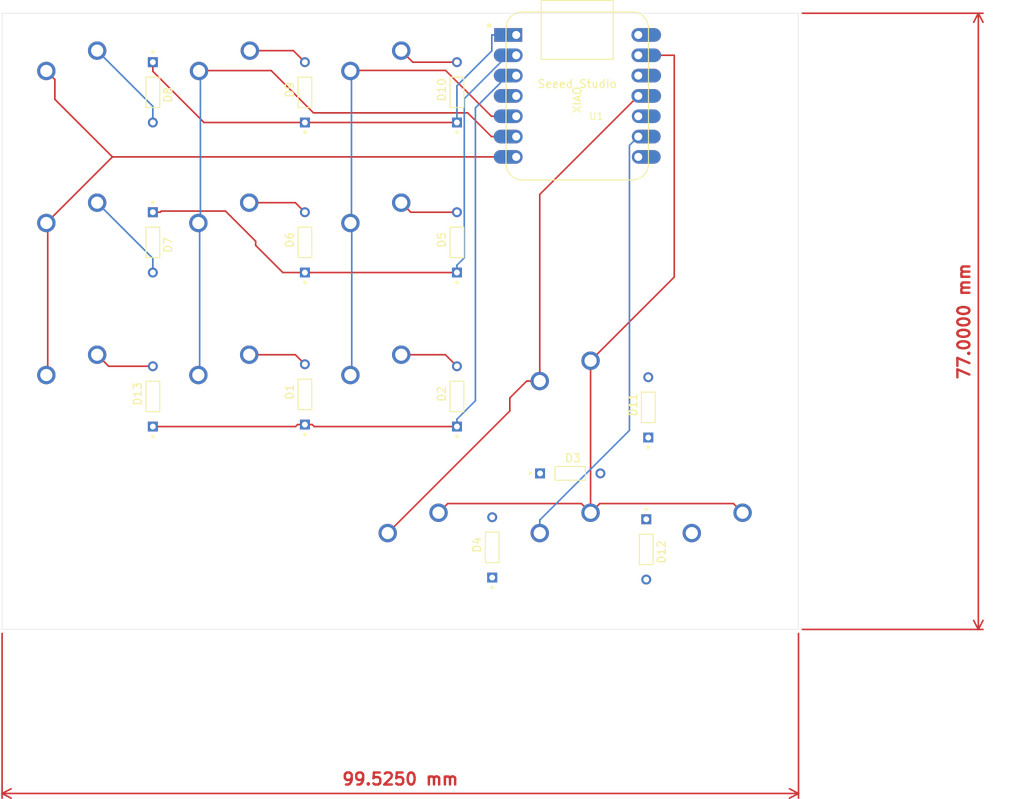
<source format=kicad_pcb>
(kicad_pcb (version 20240108) (generator "pcbnew") (generator_version "8.0")
  (layers (0 "F.Cu" signal) (31 "B.Cu" signal) (34 "B.Paste" user) (35 "F.Paste" user) (36 "B.SilkS" user "B.Silkscreen") (37 "F.SilkS" user "F.Silkscreen") (38 "B.Mask" user) (39 "F.Mask" user) (44 "Edge.Cuts" user))
  (net 0 "")
  (net 1 "row 2")
  (net 3 "column 2")
  (net 5 "column 3")
  (net 6 "row 1")
  (net 7 "column 1")
  (net 8 "column 0")
  (net 9 "row 0")
  (net 10 "Net-(D8-A)")
  (net 11 "Net-(D9-A)")
  (net 12 "Net-(D10-A)")
  (net 13 "Net-(D7-A)")
  (net 14 "Net-(D6-A)")
  (net 15 "Net-(D5-A)")
  (net 16 "Net-(D13-A)")
  (net 17 "Net-(D1-A)")
  (net 18 "Net-(D2-A)")
  (net 20 "Net-(U1-PB09_A7_D7_RX)")
  (net 21 "Net-(U1-PA7_A8_D8_SCK)")
  (net 22 "Net-(U1-PA5_A9_D9_MISO)")
  (net 23 "Net-(U1-PA6_A10_D10_MOSI)")
  (net 24 "GND")
  (footprint "HackpadParts:MX-Solderable-1U" (layer "F.Cu") (at 153.25 161.75)
    (property "Reference" "SW4")
    (property "Value" "SW_Push")
    (pad "" np_thru_hole circle (at -5.08 0 48.099) (size 1.7018 1.7018) (drill 1.7018) (layers "F&B.Cu" "*.Mask"))
    (pad "" np_thru_hole circle (at 0 0) (size 3.9878 3.9878) (drill 3.9878) (layers "*.Cu" "*.Mask"))
    (pad "" np_thru_hole circle (at 5.08 0 48.099) (size 1.7018 1.7018) (drill 1.7018) (layers "F&B.Cu" "*.Mask"))
    (pad "1" thru_hole circle (at -3.81 -2.54) (size 2.3 2.3) (drill 1.524) (layers "*.Cu" "B.Mask") (net 20 "Net-(U1-PB09_A7_D7_RX)"))
    (pad "2" thru_hole circle (at 2.54 -5.08) (size 2.3 2.3) (drill 1.524) (layers "*.Cu" "B.Mask") (net 24 "GND"))
  )
  (footprint "HackpadParts:1N4148" (layer "F.Cu") (at 101.09 122.882 90)
    (property "Reference" "D6" (at 0.3175 -1.905 90) (layer "F.SilkS"))
    (property "Value" "D" (hide yes))
    (fp_line (start 1.9025 -0.86) (end 1.9025 0.86) (stroke (width 0.127)) (layer "F.SilkS"))
    (fp_line (start -1.9025 -0.86) (end 1.9025 -0.86) (stroke (width 0.127)) (layer "F.SilkS"))
    (fp_line (start 1.9025 0.86) (end -1.9025 0.86) (stroke (width 0.127)) (layer "F.SilkS"))
    (fp_line (start -1.9025 0.86) (end -1.9025 -0.86) (stroke (width 0.127)) (layer "F.SilkS"))
    (fp_circle (center -5 0) (end -4.9 0) (stroke (width 0.2)) (fill none) (layer "F.SilkS"))
    (pad "1" thru_hole rect (at -3.7685 0 90) (size 1.238 1.238) (drill 0.73) (layers "*.Cu" "*.Mask") (net 6 "row 1"))
    (pad "2" thru_hole circle (at 3.7685 0 90) (size 1.238 1.238) (drill 0.73) (layers "*.Cu" "*.Mask") (net 14 "Net-(D6-A)"))
  )
  (footprint "HackpadParts:MX-Solderable-1U" (layer "F.Cu") (at 91.67 104)
    (property "Reference" "SW6")
    (property "Value" "SW_Push")
    (pad "" np_thru_hole circle (at -5.08 0 48.099) (size 1.7018 1.7018) (drill 1.7018) (layers "F&B.Cu" "*.Mask"))
    (pad "" np_thru_hole circle (at 0 0) (size 3.9878 3.9878) (drill 3.9878) (layers "*.Cu" "*.Mask"))
    (pad "" np_thru_hole circle (at 5.08 0 48.099) (size 1.7018 1.7018) (drill 1.7018) (layers "F&B.Cu" "*.Mask"))
    (pad "1" thru_hole circle (at -3.81 -2.54) (size 2.3 2.3) (drill 1.524) (layers "*.Cu" "B.Mask") (net 3 "column 2"))
    (pad "2" thru_hole circle (at 2.54 -5.08) (size 2.3 2.3) (drill 1.524) (layers "*.Cu" "B.Mask") (net 11 "Net-(D9-A)"))
  )
  (footprint "HackpadParts:1N4148" (layer "F.Cu") (at 82.09 122.882 -90)
    (property "Reference" "D7" (at 0.3175 -1.905 90) (layer "F.SilkS"))
    (property "Value" "D" (hide yes))
    (fp_line (start -1.9025 0.86) (end -1.9025 -0.86) (stroke (width 0.127)) (layer "F.SilkS"))
    (fp_line (start 1.9025 0.86) (end -1.9025 0.86) (stroke (width 0.127)) (layer "F.SilkS"))
    (fp_line (start -1.9025 -0.86) (end 1.9025 -0.86) (stroke (width 0.127)) (layer "F.SilkS"))
    (fp_line (start 1.9025 -0.86) (end 1.9025 0.86) (stroke (width 0.127)) (layer "F.SilkS"))
    (fp_circle (center -5 0) (end -4.9 0) (stroke (width 0.2)) (fill none) (layer "F.SilkS"))
    (pad "1" thru_hole rect (at -3.7685 0 270) (size 1.238 1.238) (drill 0.73) (layers "*.Cu" "*.Mask") (net 6 "row 1"))
    (pad "2" thru_hole circle (at 3.7685 0 270) (size 1.238 1.238) (drill 0.73) (layers "*.Cu" "*.Mask") (net 13 "Net-(D7-A)"))
  )
  (footprint "HackpadParts:1N4148" (layer "F.Cu") (at 143.75 161.25 -90)
    (property "Reference" "D12" (at 0.3175 -1.905 90) (layer "F.SilkS"))
    (property "Value" "D")
    (fp_line (start -1.9025 0.86) (end -1.9025 -0.86) (stroke (width 0.127)) (layer "F.SilkS"))
    (fp_line (start 1.9025 0.86) (end -1.9025 0.86) (stroke (width 0.127)) (layer "F.SilkS"))
    (fp_line (start -1.9025 -0.86) (end 1.9025 -0.86) (stroke (width 0.127)) (layer "F.SilkS"))
    (fp_line (start 1.9025 -0.86) (end 1.9025 0.86) (stroke (width 0.127)) (layer "F.SilkS"))
    (fp_circle (center -5 0) (end -4.9 0) (stroke (width 0.2)) (fill none) (layer "F.SilkS"))
    (pad "1" thru_hole rect (at -3.7685 0 270) (size 1.238 1.238) (drill 0.73) (layers "*.Cu" "*.Mask"))
    (pad "2" thru_hole circle (at 3.7685 0 270) (size 1.238 1.238) (drill 0.73) (layers "*.Cu" "*.Mask"))
  )
  (footprint "HackpadParts:1N4148" (layer "F.Cu") (at 144 143.5 90)
    (property "Reference" "D11" (at 0.3175 -1.905 90) (layer "F.SilkS"))
    (property "Value" "D")
    (fp_line (start 1.9025 -0.86) (end 1.9025 0.86) (stroke (width 0.127)) (layer "F.SilkS"))
    (fp_line (start -1.9025 -0.86) (end 1.9025 -0.86) (stroke (width 0.127)) (layer "F.SilkS"))
    (fp_line (start 1.9025 0.86) (end -1.9025 0.86) (stroke (width 0.127)) (layer "F.SilkS"))
    (fp_line (start -1.9025 0.86) (end -1.9025 -0.86) (stroke (width 0.127)) (layer "F.SilkS"))
    (fp_circle (center -5 0) (end -4.9 0) (stroke (width 0.2)) (fill none) (layer "F.SilkS"))
    (pad "1" thru_hole rect (at -3.7685 0 90) (size 1.238 1.238) (drill 0.73) (layers "*.Cu" "*.Mask"))
    (pad "2" thru_hole circle (at 3.7685 0 90) (size 1.238 1.238) (drill 0.73) (layers "*.Cu" "*.Mask"))
  )
  (footprint "HackpadParts:MX-Solderable-1U" (layer "F.Cu") (at 72.59 142)
    (property "Reference" "SW13")
    (property "Value" "SW_Push")
    (pad "" np_thru_hole circle (at -5.08 0 48.099) (size 1.7018 1.7018) (drill 1.7018) (layers "F&B.Cu" "*.Mask"))
    (pad "" np_thru_hole circle (at 0 0) (size 3.9878 3.9878) (drill 3.9878) (layers "*.Cu" "*.Mask"))
    (pad "" np_thru_hole circle (at 5.08 0 48.099) (size 1.7018 1.7018) (drill 1.7018) (layers "F&B.Cu" "*.Mask"))
    (pad "1" thru_hole circle (at -3.81 -2.54) (size 2.3 2.3) (drill 1.524) (layers "*.Cu" "B.Mask") (net 5 "column 3"))
    (pad "2" thru_hole circle (at 2.54 -5.08) (size 2.3 2.3) (drill 1.524) (layers "*.Cu" "B.Mask") (net 16 "Net-(D13-A)"))
  )
  (footprint "HackpadParts:MX-Solderable-1U" (layer "F.Cu") (at 110.59 104)
    (property "Reference" "SW7")
    (property "Value" "SW_Push")
    (pad "" np_thru_hole circle (at -5.08 0 48.099) (size 1.7018 1.7018) (drill 1.7018) (layers "F&B.Cu" "*.Mask"))
    (pad "" np_thru_hole circle (at 0 0) (size 3.9878 3.9878) (drill 3.9878) (layers "*.Cu" "*.Mask"))
    (pad "" np_thru_hole circle (at 5.08 0 48.099) (size 1.7018 1.7018) (drill 1.7018) (layers "F&B.Cu" "*.Mask"))
    (pad "1" thru_hole circle (at -3.81 -2.54) (size 2.3 2.3) (drill 1.524) (layers "*.Cu" "B.Mask") (net 7 "column 1"))
    (pad "2" thru_hole circle (at 2.54 -5.08) (size 2.3 2.3) (drill 1.524) (layers "*.Cu" "B.Mask") (net 12 "Net-(D10-A)"))
  )
  (footprint "HackpadParts:1N4148" (layer "F.Cu") (at 134.25 151.75)
    (property "Reference" "D3" (at 0.3175 -1.905 0) (layer "F.SilkS"))
    (property "Value" "D")
    (fp_line (start -1.9025 -0.86) (end 1.9025 -0.86) (stroke (width 0.127)) (layer "F.SilkS"))
    (fp_line (start -1.9025 0.86) (end -1.9025 -0.86) (stroke (width 0.127)) (layer "F.SilkS"))
    (fp_line (start 1.9025 -0.86) (end 1.9025 0.86) (stroke (width 0.127)) (layer "F.SilkS"))
    (fp_line (start 1.9025 0.86) (end -1.9025 0.86) (stroke (width 0.127)) (layer "F.SilkS"))
    (fp_circle (center -5 0) (end -4.9 0) (stroke (width 0.2)) (fill none) (layer "F.SilkS"))
    (pad "1" thru_hole rect (at -3.7685 0) (size 1.238 1.238) (drill 0.73) (layers "*.Cu" "*.Mask"))
    (pad "2" thru_hole circle (at 3.7685 0) (size 1.238 1.238) (drill 0.73) (layers "*.Cu" "*.Mask"))
  )
  (footprint "HackpadParts:MX-Solderable-1U" (layer "F.Cu") (at 72.59 123)
    (property "Reference" "SW9")
    (property "Value" "SW_Push")
    (pad "" np_thru_hole circle (at -5.08 0 48.099) (size 1.7018 1.7018) (drill 1.7018) (layers "F&B.Cu" "*.Mask"))
    (pad "" np_thru_hole circle (at 0 0) (size 3.9878 3.9878) (drill 3.9878) (layers "*.Cu" "*.Mask"))
    (pad "" np_thru_hole circle (at 5.08 0 48.099) (size 1.7018 1.7018) (drill 1.7018) (layers "F&B.Cu" "*.Mask"))
    (pad "1" thru_hole circle (at -3.81 -2.54) (size 2.3 2.3) (drill 1.524) (layers "*.Cu" "B.Mask") (net 5 "column 3"))
    (pad "2" thru_hole circle (at 2.54 -5.08) (size 2.3 2.3) (drill 1.524) (layers "*.Cu" "B.Mask") (net 13 "Net-(D7-A)"))
  )
  (footprint "HackpadParts:1N4148" (layer "F.Cu") (at 120.09 142.132 90)
    (property "Reference" "D2" (at 0.3175 -1.905 90) (layer "F.SilkS"))
    (property "Value" "D" (hide yes))
    (fp_line (start 1.9025 -0.86) (end 1.9025 0.86) (stroke (width 0.127)) (layer "F.SilkS"))
    (fp_line (start -1.9025 -0.86) (end 1.9025 -0.86) (stroke (width 0.127)) (layer "F.SilkS"))
    (fp_line (start 1.9025 0.86) (end -1.9025 0.86) (stroke (width 0.127)) (layer "F.SilkS"))
    (fp_line (start -1.9025 0.86) (end -1.9025 -0.86) (stroke (width 0.127)) (layer "F.SilkS"))
    (fp_circle (center -5 0) (end -4.9 0) (stroke (width 0.2)) (fill none) (layer "F.SilkS"))
    (pad "1" thru_hole rect (at -3.7685 0 90) (size 1.238 1.238) (drill 0.73) (layers "*.Cu" "*.Mask") (net 1 "row 2"))
    (pad "2" thru_hole circle (at 3.7685 0 90) (size 1.238 1.238) (drill 0.73) (layers "*.Cu" "*.Mask") (net 18 "Net-(D2-A)"))
  )
  (footprint "HackpadParts:1N4148" (layer "F.Cu") (at 120.09 104.132 90)
    (property "Reference" "D10" (at 0.3175 -1.905 90) (layer "F.SilkS"))
    (property "Value" "D" (hide yes))
    (fp_line (start 1.9025 -0.86) (end 1.9025 0.86) (stroke (width 0.127)) (layer "F.SilkS"))
    (fp_line (start -1.9025 -0.86) (end 1.9025 -0.86) (stroke (width 0.127)) (layer "F.SilkS"))
    (fp_line (start 1.9025 0.86) (end -1.9025 0.86) (stroke (width 0.127)) (layer "F.SilkS"))
    (fp_line (start -1.9025 0.86) (end -1.9025 -0.86) (stroke (width 0.127)) (layer "F.SilkS"))
    (fp_circle (center -5 0) (end -4.9 0) (stroke (width 0.2)) (fill none) (layer "F.SilkS"))
    (pad "1" thru_hole rect (at -3.7685 0 90) (size 1.238 1.238) (drill 0.73) (layers "*.Cu" "*.Mask") (net 9 "row 0"))
    (pad "2" thru_hole circle (at 3.7685 0 90) (size 1.238 1.238) (drill 0.73) (layers "*.Cu" "*.Mask") (net 12 "Net-(D10-A)"))
  )
  (footprint "" (layer "F.Cu") (at 115.25 161.25)
    (property "Reference" "" (at 0 0 0) (layer "F.SilkS") (effects (font (size 1.27 1.27))))
    (property "Value" "")
    (pad "" np_thru_hole circle (at 0 0) (size 3.9878 3.9878) (drill 3.9878) (layers "F&B.Cu" "*.Mask"))
  )
  (footprint "HackpadParts:MX-Solderable-1U" (layer "F.Cu") (at 115.25 161.75)
    (property "Reference" "SW2")
    (property "Value" "SW_Push")
    (pad "" np_thru_hole circle (at -5.08 0 48.099) (size 1.7018 1.7018) (drill 1.7018) (layers "F&B.Cu" "*.Mask"))
    (pad "" np_thru_hole circle (at 0 0) (size 3.9878 3.9878) (drill 3.9878) (layers "*.Cu" "*.Mask"))
    (pad "" np_thru_hole circle (at 5.08 0 48.099) (size 1.7018 1.7018) (drill 1.7018) (layers "F&B.Cu" "*.Mask"))
    (pad "1" thru_hole circle (at -3.81 -2.54) (size 2.3 2.3) (drill 1.524) (layers "*.Cu" "B.Mask") (net 23 "Net-(U1-PA6_A10_D10_MOSI)"))
    (pad "2" thru_hole circle (at 2.54 -5.08) (size 2.3 2.3) (drill 1.524) (layers "*.Cu" "B.Mask") (net 24 "GND"))
  )
  (footprint "HackpadParts:1N4148" (layer "F.Cu") (at 101.09 141.882 90)
    (property "Reference" "D1" (at 0.3175 -1.905 90) (layer "F.SilkS"))
    (property "Value" "D" (hide yes))
    (fp_line (start 1.9025 -0.86) (end 1.9025 0.86) (stroke (width 0.127)) (layer "F.SilkS"))
    (fp_line (start -1.9025 -0.86) (end 1.9025 -0.86) (stroke (width 0.127)) (layer "F.SilkS"))
    (fp_line (start 1.9025 0.86) (end -1.9025 0.86) (stroke (width 0.127)) (layer "F.SilkS"))
    (fp_line (start -1.9025 0.86) (end -1.9025 -0.86) (stroke (width 0.127)) (layer "F.SilkS"))
    (fp_circle (center -5 0) (end -4.9 0) (stroke (width 0.2)) (fill none) (layer "F.SilkS"))
    (pad "1" thru_hole rect (at -3.7685 0 90) (size 1.238 1.238) (drill 0.73) (layers "*.Cu" "*.Mask") (net 1 "row 2"))
    (pad "2" thru_hole circle (at 3.7685 0 90) (size 1.238 1.238) (drill 0.73) (layers "*.Cu" "*.Mask") (net 17 "Net-(D1-A)"))
  )
  (footprint "HackpadParts:MX-Solderable-1U" (layer "F.Cu") (at 110.59 142)
    (property "Reference" "SW15")
    (property "Value" "SW_Push")
    (pad "" np_thru_hole circle (at -5.08 0 48.099) (size 1.7018 1.7018) (drill 1.7018) (layers "F&B.Cu" "*.Mask"))
    (pad "" np_thru_hole circle (at 0 0) (size 3.9878 3.9878) (drill 3.9878) (layers "*.Cu" "*.Mask"))
    (pad "" np_thru_hole circle (at 5.08 0 48.099) (size 1.7018 1.7018) (drill 1.7018) (layers "F&B.Cu" "*.Mask"))
    (pad "1" thru_hole circle (at -3.81 -2.54) (size 2.3 2.3) (drill 1.524) (layers "*.Cu" "B.Mask") (net 7 "column 1"))
    (pad "2" thru_hole circle (at 2.54 -5.08) (size 2.3 2.3) (drill 1.524) (layers "*.Cu" "B.Mask") (net 18 "Net-(D2-A)"))
  )
  (footprint "HackpadParts:1N4148" (layer "F.Cu") (at 120.09 122.882 90)
    (property "Reference" "D5" (at 0.3175 -1.905 90) (layer "F.SilkS"))
    (property "Value" "D" (hide yes))
    (fp_line (start 1.9025 -0.86) (end 1.9025 0.86) (stroke (width 0.127)) (layer "F.SilkS"))
    (fp_line (start -1.9025 -0.86) (end 1.9025 -0.86) (stroke (width 0.127)) (layer "F.SilkS"))
    (fp_line (start 1.9025 0.86) (end -1.9025 0.86) (stroke (width 0.127)) (layer "F.SilkS"))
    (fp_line (start -1.9025 0.86) (end -1.9025 -0.86) (stroke (width 0.127)) (layer "F.SilkS"))
    (fp_circle (center -5 0) (end -4.9 0) (stroke (width 0.2)) (fill none) (layer "F.SilkS"))
    (pad "1" thru_hole rect (at -3.7685 0 90) (size 1.238 1.238) (drill 0.73) (layers "*.Cu" "*.Mask") (net 6 "row 1"))
    (pad "2" thru_hole circle (at 3.7685 0 90) (size 1.238 1.238) (drill 0.73) (layers "*.Cu" "*.Mask") (net 15 "Net-(D5-A)"))
  )
  (footprint "" (layer "F.Cu") (at 134.25 161.25)
    (property "Reference" "" (at 0 0 0) (layer "F.SilkS") (effects (font (size 1.27 1.27))))
    (property "Value" "")
    (pad "" np_thru_hole circle (at 0 0) (size 3.9878 3.9878) (drill 3.9878) (layers "F&B.Cu" "*.Mask"))
  )
  (footprint "HackpadParts:MX-Solderable-1U" (layer "F.Cu") (at 134.25 142.75)
    (property "Reference" "SW1")
    (property "Value" "SW_Push")
    (pad "" np_thru_hole circle (at -5.08 0 48.099) (size 1.7018 1.7018) (drill 1.7018) (layers "F&B.Cu" "*.Mask"))
    (pad "" np_thru_hole circle (at 0 0) (size 3.9878 3.9878) (drill 3.9878) (layers "*.Cu" "*.Mask"))
    (pad "" np_thru_hole circle (at 5.08 0 48.099) (size 1.7018 1.7018) (drill 1.7018) (layers "F&B.Cu" "*.Mask"))
    (pad "1" thru_hole circle (at -3.81 -2.54) (size 2.3 2.3) (drill 1.524) (layers "*.Cu" "B.Mask") (net 23 "Net-(U1-PA6_A10_D10_MOSI)"))
    (pad "2" thru_hole circle (at 2.54 -5.08) (size 2.3 2.3) (drill 1.524) (layers "*.Cu" "B.Mask") (net 24 "GND"))
  )
  (footprint "" (layer "F.Cu") (at 134.25 142.25)
    (property "Reference" "" (at 0 0 0) (layer "F.SilkS") (effects (font (size 1.27 1.27))))
    (property "Value" "")
    (pad "" np_thru_hole circle (at 0 0) (size 3.9878 3.9878) (drill 3.9878) (layers "F&B.Cu" "*.Mask"))
  )
  (footprint "" (layer "F.Cu") (at 153.25 161.25)
    (property "Reference" "" (at 0 0 0) (layer "F.SilkS") (effects (font (size 1.27 1.27))))
    (property "Value" "")
    (pad "" np_thru_hole circle (at 0 0) (size 3.9878 3.9878) (drill 3.9878) (layers "F&B.Cu" "*.Mask"))
  )
  (footprint "HackpadParts:MX-Solderable-1U" (layer "F.Cu") (at 72.59 104)
    (property "Reference" "SW5")
    (property "Value" "SW_Push")
    (pad "" np_thru_hole circle (at -5.08 0 48.099) (size 1.7018 1.7018) (drill 1.7018) (layers "F&B.Cu" "*.Mask"))
    (pad "" np_thru_hole circle (at 0 0) (size 3.9878 3.9878) (drill 3.9878) (layers "*.Cu" "*.Mask"))
    (pad "" np_thru_hole circle (at 5.08 0 48.099) (size 1.7018 1.7018) (drill 1.7018) (layers "F&B.Cu" "*.Mask"))
    (pad "1" thru_hole circle (at -3.81 -2.54) (size 2.3 2.3) (drill 1.524) (layers "*.Cu" "B.Mask") (net 5 "column 3"))
    (pad "2" thru_hole circle (at 2.54 -5.08) (size 2.3 2.3) (drill 1.524) (layers "*.Cu" "B.Mask") (net 10 "Net-(D8-A)"))
  )
  (footprint "HackpadParts:XIAO-Generic-Hybrid-14P-2.54-21X17.8MM" (layer "F.Cu") (at 135.125 104.58)
    (property "Reference" "U1" (at 2.375 2.54 0) (layer "F.SilkS") (effects (font (size 0.889 0.889) (thickness 0.1016))))
    (property "Value" "MOUDLE-SEEEDUINO-XIAO" (hide yes))
    (fp_line (start -8.9 -8.5) (end -8.9 8.5) (stroke (width 0.127)) (layer "F.SilkS"))
    (fp_line (start -6.9 10.5) (end 6.9 10.5) (stroke (width 0.127)) (layer "F.SilkS"))
    (fp_line (start -4.5 -11.92403) (end 4.5 -11.92403) (stroke (width 0.127)) (layer "F.SilkS"))
    (fp_line (start -4.5 -4.57073) (end -4.5 -11.92403) (stroke (width 0.127)) (layer "F.SilkS"))
    (fp_line (start 4.5 -11.92403) (end 4.5 -4.57073) (stroke (width 0.127)) (layer "F.SilkS"))
    (fp_line (start 4.5 -4.57073) (end -4.5 -4.57073) (stroke (width 0.127)) (layer "F.SilkS"))
    (fp_line (start 6.9 -10.49909) (end -6.9 -10.49909) (stroke (width 0.127)) (layer "F.SilkS"))
    (fp_line (start 8.9 8.5) (end 8.9 -8.5) (stroke (width 0.127)) (layer "F.SilkS"))
    (fp_arc (start -8.9 -8.5) (mid -8.301491 -9.901491) (end -6.9 -10.5) (stroke (width 0.12)) (layer "F.SilkS"))
    (fp_arc (start -6.9 10.5) (mid -8.301423 9.901423) (end -8.9 8.5) (stroke (width 0.12)) (layer "F.SilkS"))
    (fp_arc (start 6.9 -10.5) (mid 8.301494 -9.901494) (end 8.9 -8.5) (stroke (width 0.12)) (layer "F.SilkS"))
    (fp_arc (start 8.9 8.5) (mid 8.314214 9.914214) (end 6.9 10.5) (stroke (width 0.12)) (layer "F.SilkS"))
    (fp_circle (center -11 -8.8) (end -11 -9.054) (fill solid) (layer "F.SilkS"))
    (fp_poly (pts (xy -8.887715 -8.561705) (xy -8.884667 -8.610473) (xy -8.880603 -8.659494)) (stroke (width 0.0254)) (fill none) (layer "F.SilkS"))
    (fp_poly (pts (xy 8.889492 8.521574) (xy 8.887713 8.57085) (xy 8.884665 8.619618) (xy 8.880601 8.668639) (xy 8.875268 8.717407) (xy 8.868664 8.766175) (xy 8.861044 8.81469) (xy 8.852153 8.86295) (xy 8.842248 8.910955)) (stroke (width 0.0254)) (fill none) (layer "F.SilkS"))
    (fp_text user "Seeed Studio" (at 0 -1.5 0) (layer "F.SilkS"))
    (fp_text user "XIAO" (at 0 0.5 90) (layer "F.SilkS"))
    (pad "1" thru_hole rect (at -7.625 -7.62) (size 3.5 1.7) (drill 1 (offset -1 0)) (layers "*.Cu" "*.Mask") (net 9 "row 0"))
    (pad "2" thru_hole oval (at -7.625 -5.08) (size 3.6 1.7) (drill 1 (offset -1 0)) (layers "*.Cu" "*.Mask") (net 6 "row 1"))
    (pad "3" thru_hole oval (at -7.625 -2.54) (size 3.6 1.7) (drill 1 (offset -1 0)) (layers "*.Cu" "*.Mask") (net 1 "row 2"))
    (pad "4" thru_hole oval (at -7.625 0) (size 3.6 1.7) (drill 1 (offset -1 0)) (layers "*.Cu" "*.Mask") (net 8 "column 0"))
    (pad "5" thru_hole oval (at -7.625 2.54) (size 3.6 1.7) (drill 1 (offset -1 0)) (layers "*.Cu" "*.Mask") (net 7 "column 1"))
    (pad "6" thru_hole oval (at -7.625 5.08 180) (size 3.6 1.7) (drill 1 (offset 1 0)) (layers "*.Cu" "*.Mask") (net 3 "column 2"))
    (pad "7" thru_hole oval (at -7.625 7.62) (size 3.6 1.7) (drill 1 (offset -1 0)) (layers "*.Cu" "*.Mask") (net 5 "column 3"))
    (pad "8" thru_hole oval (at 7.625 7.62) (size 3.6 1.7) (drill 1 (offset 1 0)) (layers "*.Cu" "*.Mask"))
    (pad "9" thru_hole oval (at 7.625 5.08) (size 3.6 1.7) (drill 1 (offset 1 0)) (layers "*.Cu" "*.Mask") (net 21 "Net-(U1-PA7_A8_D8_SCK)"))
    (pad "10" thru_hole oval (at 7.625 2.54) (size 3.6 1.7) (drill 1 (offset 1 0)) (layers "*.Cu" "*.Mask") (net 22 "Net-(U1-PA5_A9_D9_MISO)"))
    (pad "11" thru_hole oval (at 7.625 0) (size 3.7 1.7) (drill 1 (offset 1 0)) (layers "*.Cu" "*.Mask") (net 23 "Net-(U1-PA6_A10_D10_MOSI)"))
    (pad "12" thru_hole oval (at 7.625 -2.54) (size 3.7 1.7) (drill 1 (offset 1 0)) (layers "*.Cu" "*.Mask"))
    (pad "13" thru_hole oval (at 7.625 -5.08) (size 3.7 1.7) (drill 1 (offset 1 0)) (layers "*.Cu" "*.Mask") (net 24 "GND"))
    (pad "14" thru_hole oval (at 7.625 -7.62) (size 3.7 1.7) (drill 1 (offset 1 0)) (layers "*.Cu" "*.Mask"))
  )
  (footprint "HackpadParts:1N4148" (layer "F.Cu") (at 124.5 161 90)
    (property "Reference" "D4" (at 0.3175 -1.905 90) (layer "F.SilkS"))
    (property "Value" "D")
    (fp_line (start 1.9025 -0.86) (end 1.9025 0.86) (stroke (width 0.127)) (layer "F.SilkS"))
    (fp_line (start -1.9025 -0.86) (end 1.9025 -0.86) (stroke (width 0.127)) (layer "F.SilkS"))
    (fp_line (start 1.9025 0.86) (end -1.9025 0.86) (stroke (width 0.127)) (layer "F.SilkS"))
    (fp_line (start -1.9025 0.86) (end -1.9025 -0.86) (stroke (width 0.127)) (layer "F.SilkS"))
    (fp_circle (center -5 0) (end -4.9 0) (stroke (width 0.2)) (fill none) (layer "F.SilkS"))
    (pad "1" thru_hole rect (at -3.7685 0 90) (size 1.238 1.238) (drill 0.73) (layers "*.Cu" "*.Mask"))
    (pad "2" thru_hole circle (at 3.7685 0 90) (size 1.238 1.238) (drill 0.73) (layers "*.Cu" "*.Mask"))
  )
  (footprint "HackpadParts:1N4148" (layer "F.Cu") (at 101.09 104.132 90)
    (property "Reference" "D9" (at 0.3175 -1.905 90) (layer "F.SilkS"))
    (property "Value" "D" (hide yes))
    (fp_line (start 1.9025 -0.86) (end 1.9025 0.86) (stroke (width 0.127)) (layer "F.SilkS"))
    (fp_line (start -1.9025 -0.86) (end 1.9025 -0.86) (stroke (width 0.127)) (layer "F.SilkS"))
    (fp_line (start 1.9025 0.86) (end -1.9025 0.86) (stroke (width 0.127)) (layer "F.SilkS"))
    (fp_line (start -1.9025 0.86) (end -1.9025 -0.86) (stroke (width 0.127)) (layer "F.SilkS"))
    (fp_circle (center -5 0) (end -4.9 0) (stroke (width 0.2)) (fill none) (layer "F.SilkS"))
    (pad "1" thru_hole rect (at -3.7685 0 90) (size 1.238 1.238) (drill 0.73) (layers "*.Cu" "*.Mask") (net 9 "row 0"))
    (pad "2" thru_hole circle (at 3.7685 0 90) (size 1.238 1.238) (drill 0.73) (layers "*.Cu" "*.Mask") (net 11 "Net-(D9-A)"))
  )
  (footprint "HackpadParts:MX-Solderable-1U" (layer "F.Cu") (at 110.59 123)
    (property "Reference" "SW11")
    (property "Value" "SW_Push")
    (pad "" np_thru_hole circle (at -5.08 0 48.099) (size 1.7018 1.7018) (drill 1.7018) (layers "F&B.Cu" "*.Mask"))
    (pad "" np_thru_hole circle (at 0 0) (size 3.9878 3.9878) (drill 3.9878) (layers "*.Cu" "*.Mask"))
    (pad "" np_thru_hole circle (at 5.08 0 48.099) (size 1.7018 1.7018) (drill 1.7018) (layers "F&B.Cu" "*.Mask"))
    (pad "1" thru_hole circle (at -3.81 -2.54) (size 2.3 2.3) (drill 1.524) (layers "*.Cu" "B.Mask") (net 7 "column 1"))
    (pad "2" thru_hole circle (at 2.54 -5.08) (size 2.3 2.3) (drill 1.524) (layers "*.Cu" "B.Mask") (net 15 "Net-(D5-A)"))
  )
  (footprint "HackpadParts:1N4148" (layer "F.Cu") (at 82.09 104.132 -90)
    (property "Reference" "D8" (at 0.3175 -1.905 90) (layer "F.SilkS"))
    (property "Value" "D" (hide yes))
    (fp_line (start -1.9025 0.86) (end -1.9025 -0.86) (stroke (width 0.127)) (layer "F.SilkS"))
    (fp_line (start 1.9025 0.86) (end -1.9025 0.86) (stroke (width 0.127)) (layer "F.SilkS"))
    (fp_line (start -1.9025 -0.86) (end 1.9025 -0.86) (stroke (width 0.127)) (layer "F.SilkS"))
    (fp_line (start 1.9025 -0.86) (end 1.9025 0.86) (stroke (width 0.127)) (layer "F.SilkS"))
    (fp_circle (center -5 0) (end -4.9 0) (stroke (width 0.2)) (fill none) (layer "F.SilkS"))
    (pad "1" thru_hole rect (at -3.7685 0 270) (size 1.238 1.238) (drill 0.73) (layers "*.Cu" "*.Mask") (net 9 "row 0"))
    (pad "2" thru_hole circle (at 3.7685 0 270) (size 1.238 1.238) (drill 0.73) (layers "*.Cu" "*.Mask") (net 10 "Net-(D8-A)"))
  )
  (footprint "HackpadParts:MX-Solderable-1U" (layer "F.Cu") (at 91.59 142)
    (property "Reference" "SW14")
    (property "Value" "SW_Push")
    (pad "" np_thru_hole circle (at -5.08 0 48.099) (size 1.7018 1.7018) (drill 1.7018) (layers "F&B.Cu" "*.Mask"))
    (pad "" np_thru_hole circle (at 0 0) (size 3.9878 3.9878) (drill 3.9878) (layers "*.Cu" "*.Mask"))
    (pad "" np_thru_hole circle (at 5.08 0 48.099) (size 1.7018 1.7018) (drill 1.7018) (layers "F&B.Cu" "*.Mask"))
    (pad "1" thru_hole circle (at -3.81 -2.54) (size 2.3 2.3) (drill 1.524) (layers "*.Cu" "B.Mask") (net 3 "column 2"))
    (pad "2" thru_hole circle (at 2.54 -5.08) (size 2.3 2.3) (drill 1.524) (layers "*.Cu" "B.Mask") (net 17 "Net-(D1-A)"))
  )
  (footprint "HackpadParts:1N4148" (layer "F.Cu") (at 82.09 142.132 90)
    (property "Reference" "D13" (at 0.3175 -1.905 90) (layer "F.SilkS"))
    (property "Value" "D" (hide yes))
    (fp_line (start 1.9025 -0.86) (end 1.9025 0.86) (stroke (width 0.127)) (layer "F.SilkS"))
    (fp_line (start -1.9025 -0.86) (end 1.9025 -0.86) (stroke (width 0.127)) (layer "F.SilkS"))
    (fp_line (start 1.9025 0.86) (end -1.9025 0.86) (stroke (width 0.127)) (layer "F.SilkS"))
    (fp_line (start -1.9025 0.86) (end -1.9025 -0.86) (stroke (width 0.127)) (layer "F.SilkS"))
    (fp_circle (center -5 0) (end -4.9 0) (stroke (width 0.2)) (fill none) (layer "F.SilkS"))
    (pad "1" thru_hole rect (at -3.7685 0 90) (size 1.238 1.238) (drill 0.73) (layers "*.Cu" "*.Mask") (net 1 "row 2"))
    (pad "2" thru_hole circle (at 3.7685 0 90) (size 1.238 1.238) (drill 0.73) (layers "*.Cu" "*.Mask") (net 16 "Net-(D13-A)"))
  )
  (footprint "HackpadParts:MX-Solderable-1U" (layer "F.Cu") (at 91.59 123)
    (property "Reference" "SW10")
    (property "Value" "SW_Push")
    (pad "" np_thru_hole circle (at -5.08 0 48.099) (size 1.7018 1.7018) (drill 1.7018) (layers "F&B.Cu" "*.Mask"))
    (pad "" np_thru_hole circle (at 0 0) (size 3.9878 3.9878) (drill 3.9878) (layers "*.Cu" "*.Mask"))
    (pad "" np_thru_hole circle (at 5.08 0 48.099) (size 1.7018 1.7018) (drill 1.7018) (layers "F&B.Cu" "*.Mask"))
    (pad "1" thru_hole circle (at -3.81 -2.54) (size 2.3 2.3) (drill 1.524) (layers "*.Cu" "B.Mask") (net 3 "column 2"))
    (pad "2" thru_hole circle (at 2.54 -5.08) (size 2.3 2.3) (drill 1.524) (layers "*.Cu" "B.Mask") (net 14 "Net-(D6-A)"))
  )
  (footprint "HackpadParts:MX-Solderable-1U" (layer "F.Cu") (at 134.25 161.75)
    (property "Reference" "SW3")
    (property "Value" "SW_Push")
    (pad "" np_thru_hole circle (at -5.08 0 48.099) (size 1.7018 1.7018) (drill 1.7018) (layers "F&B.Cu" "*.Mask"))
    (pad "" np_thru_hole circle (at 0 0) (size 3.9878 3.9878) (drill 3.9878) (layers "*.Cu" "*.Mask"))
    (pad "" np_thru_hole circle (at 5.08 0 48.099) (size 1.7018 1.7018) (drill 1.7018) (layers "F&B.Cu" "*.Mask"))
    (pad "1" thru_hole circle (at -3.81 -2.54) (size 2.3 2.3) (drill 1.524) (layers "*.Cu" "B.Mask") (net 21 "Net-(U1-PA7_A8_D8_SCK)"))
    (pad "2" thru_hole circle (at 2.54 -5.08) (size 2.3 2.3) (drill 1.524) (layers "*.Cu" "B.Mask") (net 24 "GND"))
  )
  (gr_rect (start 63.25 94.25) (end 162.75 171.25) (stroke (width 0.05)) (fill none) (layer "Edge.Cuts"))
  (dimension (type aligned) (layer "F.Cu") (pts (xy 63.25 171.25) (xy 162.775 171.25)) (height 20.5) (gr_text "99.5250 mm" (at 113.0125 189.95 0) (layer "F.Cu") (effects (font (size 1.5 1.5) (thickness 0.3)))) (format (prefix "") (suffix "") (units 3) (units_format 1) (precision 4)) (style (thickness 0.2) (arrow_length 1.27) (text_position_mode 0) (extension_height 0.58642) (extension_offset 0.5) keep_text_aligned))
  (dimension (type aligned) (layer "F.Cu") (pts (xy 162.75 171.25) (xy 162.75 94.25)) (height 22.5) (gr_text "77.0000 mm" (at 183.45 132.75 90) (layer "F.Cu") (effects (font (size 1.5 1.5) (thickness 0.3)))) (format (prefix "") (suffix "") (units 3) (units_format 1) (precision 4)) (style (thickness 0.2) (arrow_length 1.27) (text_position_mode 0) (extension_height 0.58642) (extension_offset 0.5) keep_text_aligned))
  (segment (start 120.09 145.9005) (end 102.2607 145.9005) (width 0.2) (layer "F.Cu") (net 1))
  (segment (start 82.09 145.9005) (end 99.9193 145.9005) (width 0.2) (layer "F.Cu") (net 1))
  (segment (start 101.09 145.6505) (end 102.0107 145.6505) (width 0.2) (layer "F.Cu") (net 1))
  (segment (start 99.9193 145.9005) (end 100.1693 145.6505) (width 0.2) (layer "F.Cu") (net 1))
  (segment (start 102.2607 145.9005) (end 102.0107 145.6505) (width 0.2) (layer "F.Cu") (net 1))
  (segment (start 101.09 145.6505) (end 100.1693 145.6505) (width 0.2) (layer "F.Cu") (net 1))
  (segment (start 127.5 102.04) (end 126.4322 102.04) (width 0.2) (layer "B.Cu") (net 1))
  (segment (start 122.399 106.0732) (end 122.399 142.6708) (width 0.2) (layer "B.Cu") (net 1))
  (segment (start 120.09 145.9005) (end 120.09 144.9798) (width 0.2) (layer "B.Cu") (net 1))
  (segment (start 126.4322 102.04) (end 122.399 106.0732) (width 0.2) (layer "B.Cu") (net 1))
  (segment (start 122.399 142.6708) (end 120.09 144.9798) (width 0.2) (layer "B.Cu") (net 1))
  (segment (start 121.4365 106.6982) (end 124.3983 109.66) (width 0.2) (layer "F.Cu") (net 3))
  (segment (start 102.1633 106.6982) (end 121.4365 106.6982) (width 0.2) (layer "F.Cu") (net 3))
  (segment (start 96.8746 101.4095) (end 102.1633 106.6982) (width 0.2) (layer "F.Cu") (net 3))
  (segment (start 87.86 101.46) (end 87.9105 101.4095) (width 0.2) (layer "F.Cu") (net 3))
  (segment (start 127.5 109.66) (end 124.3983 109.66) (width 0.2) (layer "F.Cu") (net 3))
  (segment (start 87.9105 101.4095) (end 96.8746 101.4095) (width 0.2) (layer "F.Cu") (net 3))
  (segment (start 87.9383 139.3017) (end 87.78 139.46) (width 0.2) (layer "B.Cu") (net 3))
  (segment (start 87.78 120.46) (end 87.9383 120.6183) (width 0.2) (layer "B.Cu") (net 3))
  (segment (start 87.86 101.46) (end 88.0332 101.6332) (width 0.2) (layer "B.Cu") (net 3))
  (segment (start 87.9383 120.6183) (end 87.9383 139.3017) (width 0.2) (layer "B.Cu") (net 3))
  (segment (start 88.0332 101.6332) (end 88.0332 120.2068) (width 0.2) (layer "B.Cu") (net 3))
  (segment (start 88.0332 120.2068) (end 87.78 120.46) (width 0.2) (layer "B.Cu") (net 3))
  (segment (start 68.9532 139.2868) (end 68.78 139.46) (width 0.2) (layer "F.Cu") (net 5))
  (segment (start 68.9532 120.2868) (end 68.9532 120.46) (width 0.2) (layer "F.Cu") (net 5))
  (segment (start 68.9532 120.46) (end 68.9532 139.2868) (width 0.2) (layer "F.Cu") (net 5))
  (segment (start 68.9532 120.46) (end 68.78 120.46) (width 0.2) (layer "F.Cu") (net 5))
  (segment (start 127.5 112.2) (end 77.04 112.2) (width 0.2) (layer "F.Cu") (net 5))
  (segment (start 68.78 101.46) (end 69.8472 102.5272) (width 0.2) (layer "F.Cu") (net 5))
  (segment (start 69.8472 102.5272) (end 69.8472 105.0072) (width 0.2) (layer "F.Cu") (net 5))
  (segment (start 77.04 112.2) (end 68.9532 120.2868) (width 0.2) (layer "F.Cu") (net 5))
  (segment (start 69.8472 105.0072) (end 77.04 112.2) (width 0.2) (layer "F.Cu") (net 5))
  (segment (start 94.9383 122.7402) (end 94.9383 123.2583) (width 0.2) (layer "F.Cu") (net 6))
  (segment (start 83.0107 119.1135) (end 83.1557 118.9685) (width 0.2) (layer "F.Cu") (net 6))
  (segment (start 120.09 126.6505) (end 101.09 126.6505) (width 0.2) (layer "F.Cu") (net 6))
  (segment (start 98.3305 126.6505) (end 101.09 126.6505) (width 0.2) (layer "F.Cu") (net 6))
  (segment (start 82.09 119.1135) (end 83.0107 119.1135) (width 0.2) (layer "F.Cu") (net 6))
  (segment (start 91.1666 118.9685) (end 94.9383 122.7402) (width 0.2) (layer "F.Cu") (net 6))
  (segment (start 83.1557 118.9685) (end 91.1666 118.9685) (width 0.2) (layer "F.Cu") (net 6))
  (segment (start 94.9383 123.2583) (end 98.3305 126.6505) (width 0.2) (layer "F.Cu") (net 6))
  (segment (start 126.4335 99.5) (end 121.0107 104.9228) (width 0.2) (layer "B.Cu") (net 6))
  (segment (start 127.5 99.5) (end 126.4335 99.5) (width 0.2) (layer "B.Cu") (net 6))
  (segment (start 121.0107 124.8091) (end 120.09 125.7298) (width 0.2) (layer "B.Cu") (net 6))
  (segment (start 120.09 126.6505) (end 120.09 125.7298) (width 0.2) (layer "B.Cu") (net 6))
  (segment (start 121.0107 104.9228) (end 121.0107 124.8091) (width 0.2) (layer "B.Cu") (net 6))
  (segment (start 106.8472 101.3928) (end 106.78 101.46) (width 0.2) (layer "F.Cu") (net 7))
  (segment (start 118.6711 101.3928) (end 106.8472 101.3928) (width 0.2) (layer "F.Cu") (net 7))
  (segment (start 124.3983 107.12) (end 118.6711 101.3928) (width 0.2) (layer "F.Cu") (net 7))
  (segment (start 127.5 107.12) (end 124.3983 107.12) (width 0.2) (layer "F.Cu") (net 7))
  (segment (start 106.78 101.46) (end 106.9126 101.5926) (width 0.2) (layer "B.Cu") (net 7))
  (segment (start 106.9452 139.2948) (end 106.78 139.46) (width 0.2) (layer "B.Cu") (net 7))
  (segment (start 106.9452 120.6252) (end 106.9452 139.2948) (width 0.2) (layer "B.Cu") (net 7))
  (segment (start 106.78 120.46) (end 106.9452 120.6252) (width 0.2) (layer "B.Cu") (net 7))
  (segment (start 106.9126 120.3274) (end 106.78 120.46) (width 0.2) (layer "B.Cu") (net 7))
  (segment (start 106.9126 101.5926) (end 106.9126 120.3274) (width 0.2) (layer "B.Cu") (net 7))
  (segment (start 82.09 101.5064) (end 82.09 100.3635) (width 0.2) (layer "F.Cu") (net 9))
  (segment (start 88.4841 107.9005) (end 82.09 101.5064) (width 0.2) (layer "F.Cu") (net 9))
  (segment (start 101.09 107.9005) (end 88.4841 107.9005) (width 0.2) (layer "F.Cu") (net 9))
  (segment (start 120.09 107.9005) (end 101.09 107.9005) (width 0.2) (layer "F.Cu") (net 9))
  (segment (start 120.09 103.3145) (end 120.09 107.9005) (width 0.2) (layer "B.Cu") (net 9))
  (segment (start 127.5 96.96) (end 124.4483 96.96) (width 0.2) (layer "B.Cu") (net 9))
  (segment (start 124.4483 96.96) (end 124.4483 98.9562) (width 0.2) (layer "B.Cu") (net 9))
  (segment (start 124.4483 98.9562) (end 120.09 103.3145) (width 0.2) (layer "B.Cu") (net 9))
  (segment (start 82.09 105.88) (end 75.13 98.92) (width 0.2) (layer "B.Cu") (net 10))
  (segment (start 82.09 107.9005) (end 82.09 105.88) (width 0.2) (layer "B.Cu") (net 10))
  (segment (start 94.21 98.92) (end 99.6465 98.92) (width 0.2) (layer "F.Cu") (net 11))
  (segment (start 99.6465 98.92) (end 101.09 100.3635) (width 0.2) (layer "F.Cu") (net 11))
  (segment (start 114.5735 100.3635) (end 113.13 98.92) (width 0.2) (layer "F.Cu") (net 12))
  (segment (start 120.09 100.3635) (end 114.5735 100.3635) (width 0.2) (layer "F.Cu") (net 12))
  (segment (start 82.09 124.88) (end 75.13 117.92) (width 0.2) (layer "B.Cu") (net 13))
  (segment (start 82.09 126.6505) (end 82.09 124.88) (width 0.2) (layer "B.Cu") (net 13))
  (segment (start 94.13 117.92) (end 99.8965 117.92) (width 0.2) (layer "F.Cu") (net 14))
  (segment (start 99.8965 117.92) (end 101.09 119.1135) (width 0.2) (layer "F.Cu") (net 14))
  (segment (start 120.09 119.1135) (end 114.3235 119.1135) (width 0.2) (layer "F.Cu") (net 15))
  (segment (start 114.3235 119.1135) (end 113.13 117.92) (width 0.2) (layer "F.Cu") (net 15))
  (segment (start 76.5735 138.3635) (end 75.13 136.92) (width 0.2) (layer "F.Cu") (net 16))
  (segment (start 82.09 138.3635) (end 76.5735 138.3635) (width 0.2) (layer "F.Cu") (net 16))
  (segment (start 99.8965 136.92) (end 101.09 138.1135) (width 0.2) (layer "F.Cu") (net 17))
  (segment (start 94.13 136.92) (end 99.8965 136.92) (width 0.2) (layer "F.Cu") (net 17))
  (segment (start 118.6465 136.92) (end 120.09 138.3635) (width 0.2) (layer "F.Cu") (net 18))
  (segment (start 113.13 136.92) (end 118.6465 136.92) (width 0.2) (layer "F.Cu") (net 18))
  (segment (start 130.44 159.21) (end 130.9019 158.7481) (width 0.2) (layer "B.Cu") (net 21))
  (segment (start 130.44 157.583655) (end 141.65 146.373655) (width 0.2) (layer "B.Cu") (net 21))
  (segment (start 130.44 159.21) (end 130.44 157.583655) (width 0.2) (layer "B.Cu") (net 21))
  (segment (start 141.65 110.76) (end 142.75 109.66) (width 0.2) (layer "B.Cu") (net 21))
  (segment (start 141.65 146.373655) (end 141.65 110.76) (width 0.2) (layer "B.Cu") (net 21))
  (segment (start 130.44 140.21) (end 130.44 116.89) (width 0.2) (layer "F.Cu") (net 23))
  (segment (start 130.44 116.89) (end 142.75 104.58) (width 0.2) (layer "F.Cu") (net 23))
  (segment (start 128.813655 140.21) (end 130.44 140.21) (width 0.2) (layer "F.Cu") (net 23))
  (segment (start 111.44 159.21) (end 126.6991 143.9509) (width 0.2) (layer "F.Cu") (net 23))
  (segment (start 126.6991 142.324555) (end 128.813655 140.21) (width 0.2) (layer "F.Cu") (net 23))
  (segment (start 126.6991 143.9509) (end 126.6991 142.324555) (width 0.2) (layer "F.Cu") (net 23))
  (segment (start 130.44 140.21) (end 129.648 140.21) (width 0.2) (layer "B.Cu") (net 23))
  (segment (start 111.44 158.418) (end 111.44 159.21) (width 0.2) (layer "B.Cu") (net 23))
  (segment (start 136.79 137.67) (end 147.25 127.21) (width 0.2) (layer "F.Cu") (net 24))
  (segment (start 147.25 127.21) (end 147.25 99.5) (width 0.2) (layer "F.Cu") (net 24))
  (segment (start 118.94 155.52) (end 135.64 155.52) (width 0.2) (layer "F.Cu") (net 24))
  (segment (start 135.64 155.52) (end 136.79 156.67) (width 0.2) (layer "F.Cu") (net 24))
  (segment (start 154.64 155.52) (end 155.79 156.67) (width 0.2) (layer "F.Cu") (net 24))
  (segment (start 117.79 156.67) (end 118.94 155.52) (width 0.2) (layer "F.Cu") (net 24))
  (segment (start 147.25 99.5) (end 142.75 99.5) (width 0.2) (layer "F.Cu") (net 24))
  (segment (start 136.79 137.67) (end 136.79 156.67) (width 0.2) (layer "F.Cu") (net 24))
  (segment (start 136.79 156.67) (end 137.94 155.52) (width 0.2) (layer "F.Cu") (net 24))
  (segment (start 137.94 155.52) (end 154.64 155.52) (width 0.2) (layer "F.Cu") (net 24))
  (segment (start 136.8677 137.7477) (end 136.79 137.67) (width 0.2) (layer "B.Cu") (net 24))
  (segment (start 155.7123 156.5923) (end 155.79 156.67) (width 0.2) (layer "B.Cu") (net 24))
  (segment (start 136.79 156.67) (end 136.8677 156.5923) (width 0.2) (layer "B.Cu") (net 24))
)
</source>
